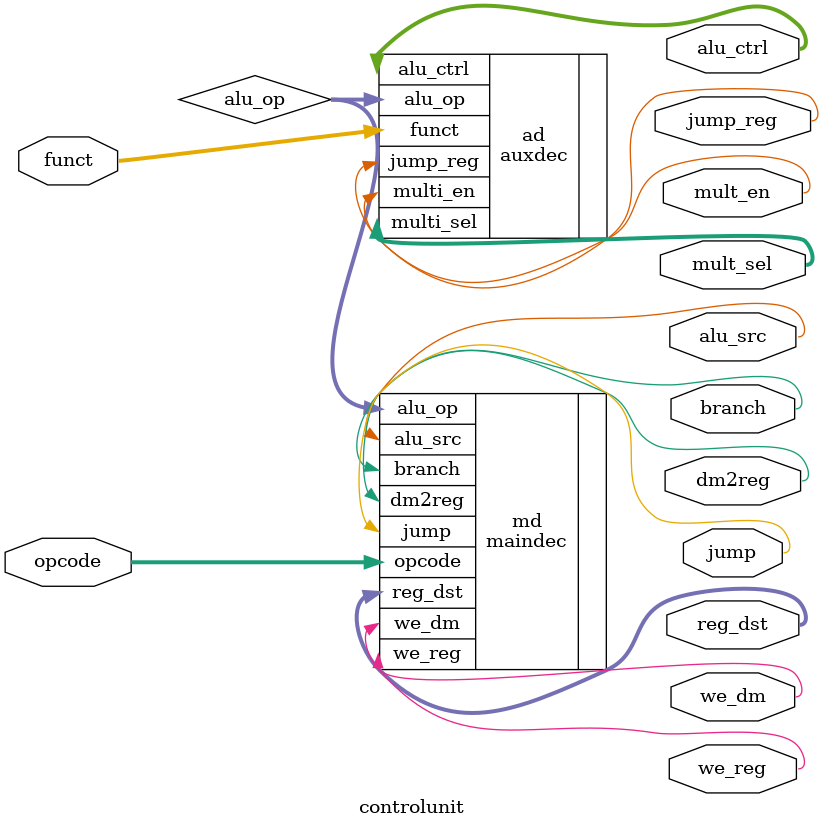
<source format=v>
module controlunit(
		input [5:0] opcode,
		input [5:0] funct, 
		output branch,
		output jump,
		output we_reg, 
		output alu_src, 
		output we_dm, 
		output dm2reg, 
		output mult_en,
		output jump_reg,
		output [1:0] reg_dst,
		output [1:0] mult_sel,
		output [2:0] alu_ctrl
	);
    wire [1:0] alu_op;
    
    maindec md (
    	.opcode		(opcode),
    	.branch		(branch),
    	.jump		(jump),
    	.reg_dst	(reg_dst),
    	.we_reg		(we_reg),
    	.alu_src	(alu_src),
    	.we_dm		(we_dm),
    	.dm2reg		(dm2reg),
    	.alu_op		(alu_op)
	);
    
    auxdec ad (
    	.alu_op		(alu_op),
    	.funct		(funct),
    	.alu_ctrl	(alu_ctrl),
    	.multi_sel	(mult_sel),
    	.multi_en	(mult_en),
    	.jump_reg	(jump_reg)
	);
    
    
endmodule
</source>
